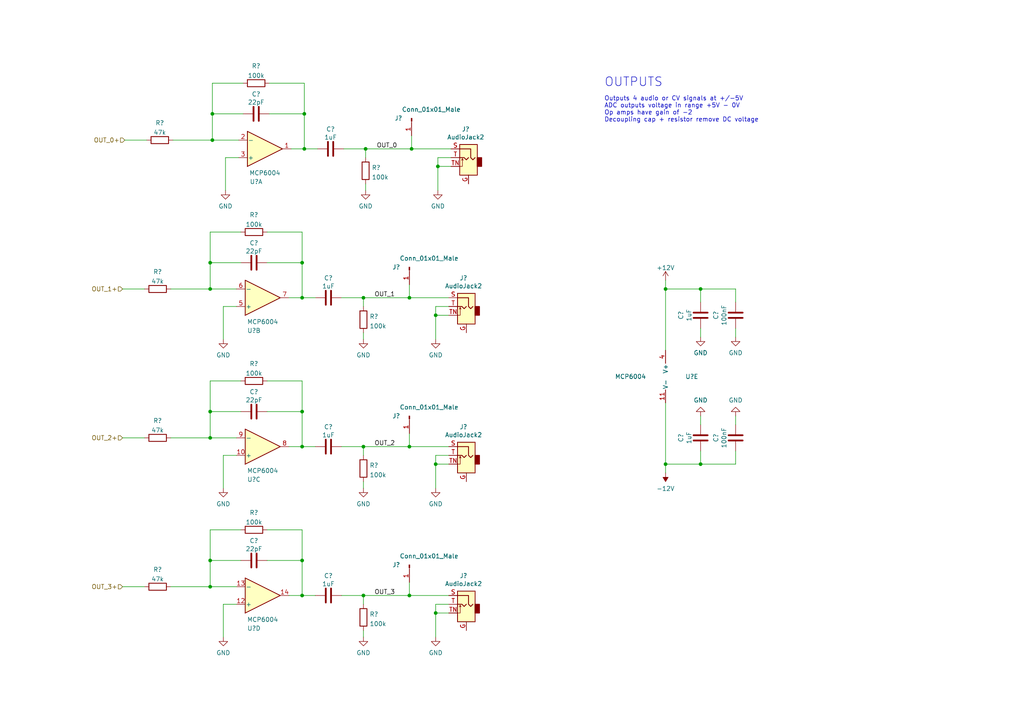
<source format=kicad_sch>
(kicad_sch (version 20211123) (generator eeschema)
  (paper "A4")
  (lib_symbols
    (symbol "Amplifier_Operational:MCP6004" (pin_names (offset 0.127))
      (property "Reference" "U" (at 0 5.08 0))
      (property "Value" "MCP6004" (at 0 -5.08 0))
      (symbol "MCP6004_1_1"
        (polyline (pts (xy -5.08 5.08) (xy 5.08 0) (xy -5.08 -5.08) (xy -5.08 5.08)) (stroke (width 0.254)) (fill (type background)))
        (pin output line (at 7.62 0 180) (length 2.54) (name "~") (number "1"))
        (pin input line (at -7.62 -2.54 0) (length 2.54) (name "-") (number "2"))
        (pin input line (at -7.62 2.54 0) (length 2.54) (name "+") (number "3"))
      )
      (symbol "MCP6004_2_1"
        (polyline (pts (xy -5.08 5.08) (xy 5.08 0) (xy -5.08 -5.08) (xy -5.08 5.08)) (stroke (width 0.254)) (fill (type background)))
        (pin input line (at -7.62 2.54 0) (length 2.54) (name "+") (number "5"))
        (pin input line (at -7.62 -2.54 0) (length 2.54) (name "-") (number "6"))
        (pin output line (at 7.62 0 180) (length 2.54) (name "~") (number "7"))
      )
      (symbol "MCP6004_3_1"
        (polyline (pts (xy -5.08 5.08) (xy 5.08 0) (xy -5.08 -5.08) (xy -5.08 5.08)) (stroke (width 0.254)) (fill (type background)))
        (pin input line (at -7.62 2.54 0) (length 2.54) (name "+") (number "10"))
        (pin output line (at 7.62 0 180) (length 2.54) (name "~") (number "8"))
        (pin input line (at -7.62 -2.54 0) (length 2.54) (name "-") (number "9"))
      )
      (symbol "MCP6004_4_1"
        (polyline (pts (xy -5.08 5.08) (xy 5.08 0) (xy -5.08 -5.08) (xy -5.08 5.08)) (stroke (width 0.254)) (fill (type background)))
        (pin input line (at -7.62 2.54 0) (length 2.54) (name "+") (number "12"))
        (pin input line (at -7.62 -2.54 0) (length 2.54) (name "-") (number "13"))
        (pin output line (at 7.62 0 180) (length 2.54) (name "~") (number "14"))
      )
      (symbol "MCP6004_5_1"
        (pin power_in line (at -2.54 -7.62 90) (length 3.81) (name "V-") (number "11"))
        (pin power_in line (at -2.54 7.62 270) (length 3.81) (name "V+") (number "4"))
      )
    )
    (symbol "Connector:AudioJack2_Ground_SwitchT"
      (property "Reference" "J" (at 0 8.89 0))
      (property "Value" "AudioJack2_Ground_SwitchT" (at 0 6.35 0))
      (symbol "AudioJack2_Ground_SwitchT_0_1"
        (rectangle (start -2.54 0) (end -3.81 -2.54) (stroke (width 0.254)) (fill (type outline)))
        (polyline (pts (xy 1.778 -0.254) (xy 2.032 -0.762)))
        (polyline (pts (xy 0 0) (xy 0.635 -0.635) (xy 1.27 0) (xy 2.54 0)) (stroke (width 0.254)))
        (polyline (pts (xy 2.54 -2.54) (xy 1.778 -2.54) (xy 1.778 -0.254) (xy 1.524 -0.762)))
        (polyline (pts (xy 2.54 2.54) (xy -0.635 2.54) (xy -0.635 0) (xy -1.27 -0.635) (xy -1.905 0)) (stroke (width 0.254)))
        (rectangle (start 2.54 3.81) (end -2.54 -5.08) (stroke (width 0.254)) (fill (type background)))
      )
      (symbol "AudioJack2_Ground_SwitchT_1_1"
        (pin passive line (at 0 -7.62 90) (length 2.54) (name "~") (number "G"))
        (pin passive line (at 5.08 2.54 180) (length 2.54) (name "~") (number "S"))
        (pin passive line (at 5.08 0 180) (length 2.54) (name "~") (number "T"))
        (pin passive line (at 5.08 -2.54 180) (length 2.54) (name "~") (number "TN"))
      )
    )
    (symbol "Connector:Conn_01x01_Male" (pin_names (offset 1.016) hide)
      (property "Reference" "J" (at 0 2.54 0))
      (property "Value" "Conn_01x01_Male" (at 0 -2.54 0))
      (symbol "Conn_01x01_Male_1_1"
        (polyline (pts (xy 1.27 0) (xy 0.8636 0)) (stroke (width 0.1524)))
        (rectangle (start 0.8636 0.127) (end 0 -0.127) (stroke (width 0.1524)) (fill (type outline)))
        (pin passive line (at 5.08 0 180) (length 3.81) (name "Pin_1") (number "1"))
      )
    )
    (symbol "Device:C" (pin_numbers hide) (pin_names (offset 0.254))
      (property "Reference" "C" (at 0.635 2.54 0))
      (property "Value" "C" (at 0.635 -2.54 0))
      (symbol "C_0_1"
        (polyline (pts (xy -2.032 -0.762) (xy 2.032 -0.762)) (stroke (width 0.508)))
        (polyline (pts (xy -2.032 0.762) (xy 2.032 0.762)) (stroke (width 0.508)))
      )
      (symbol "C_1_1"
        (pin passive line (at 0 3.81 270) (length 2.794) (name "~") (number "1"))
        (pin passive line (at 0 -3.81 90) (length 2.794) (name "~") (number "2"))
      )
    )
    (symbol "Device:R" (pin_numbers hide) (pin_names (offset 0))
      (property "Reference" "R" (at 2.032 0 90))
      (property "Value" "R" (at 0 0 90))
      (symbol "R_0_1"
        (rectangle (start -1.016 -2.54) (end 1.016 2.54) (stroke (width 0.254)))
      )
      (symbol "R_1_1"
        (pin passive line (at 0 3.81 270) (length 1.27) (name "~") (number "1"))
        (pin passive line (at 0 -3.81 90) (length 1.27) (name "~") (number "2"))
      )
    )
    (symbol "GND_1" (power) (pin_names (offset 0))
      (property "Value" "GND_1" (at 0 -3.81 0))
      (symbol "GND_1_0_1"
        (polyline (pts (xy 0 0) (xy 0 -1.27) (xy 1.27 -1.27) (xy 0 -2.54) (xy -1.27 -1.27) (xy 0 -1.27)))
      )
      (symbol "GND_1_1_1"
        (pin power_in line (at 0 0 270) (length 0) hide (name "GND") (number "1"))
      )
    )
    (symbol "power:+12V" (power) (pin_names (offset 0))
      (property "Value" "+12V" (at 0 3.556 0))
      (symbol "+12V_0_1"
        (polyline (pts (xy -0.762 1.27) (xy 0 2.54)))
        (polyline (pts (xy 0 0) (xy 0 2.54)))
        (polyline (pts (xy 0 2.54) (xy 0.762 1.27)))
      )
      (symbol "+12V_1_1"
        (pin power_in line (at 0 0 90) (length 0) hide (name "+12V") (number "1"))
      )
    )
    (symbol "power:-12V" (power) (pin_names (offset 0))
      (property "Value" "-12V" (at 0 3.81 0))
      (symbol "-12V_0_0"
        (pin power_in line (at 0 0 90) (length 0) hide (name "-12V") (number "1"))
      )
      (symbol "-12V_0_1"
        (polyline (pts (xy 0 0) (xy 0 1.27) (xy 0.762 1.27) (xy 0 2.54) (xy -0.762 1.27) (xy 0 1.27)) (fill (type outline)))
      )
    )
    (symbol "power:GND" (power) (pin_names (offset 0))
      (property "Value" "GND" (at 0 -3.81 0))
      (symbol "GND_0_1"
        (polyline (pts (xy 0 0) (xy 0 -1.27) (xy 1.27 -1.27) (xy 0 -2.54) (xy -1.27 -1.27) (xy 0 -1.27)))
      )
      (symbol "GND_1_1"
        (pin power_in line (at 0 0 270) (length 0) hide (name "GND") (number "1"))
      )
    )
  )
  (junction (at 60.96 119.38))
  (junction (at 118.745 86.36))
  (junction (at 61.595 40.64))
  (junction (at 60.96 83.82))
  (junction (at 126.365 91.44))
  (junction (at 106.045 43.18))
  (junction (at 88.265 33.02))
  (junction (at 60.96 170.18))
  (junction (at 127 48.26))
  (junction (at 203.2 134.62))
  (junction (at 105.41 172.72))
  (junction (at 203.2 83.82))
  (junction (at 118.745 129.54))
  (junction (at 87.63 162.56))
  (junction (at 105.41 129.54))
  (junction (at 87.63 119.38))
  (junction (at 87.63 86.36))
  (junction (at 60.96 127))
  (junction (at 126.365 134.62))
  (junction (at 105.41 86.36))
  (junction (at 87.63 76.2))
  (junction (at 87.63 129.54))
  (junction (at 126.365 177.8))
  (junction (at 61.595 33.02))
  (junction (at 119.38 43.18))
  (junction (at 60.96 76.2))
  (junction (at 193.04 83.82))
  (junction (at 193.04 134.62))
  (junction (at 87.63 172.72))
  (junction (at 60.96 162.56))
  (junction (at 118.745 172.72))
  (junction (at 88.265 43.18))
  (wire (pts (xy 83.82 129.54) (xy 87.63 129.54)))
  (wire (pts (xy 64.77 88.9) (xy 64.77 98.425)))
  (wire (pts (xy 118.745 129.54) (xy 130.175 129.54)))
  (wire (pts (xy 60.96 119.38) (xy 69.85 119.38)))
  (wire (pts (xy 78.105 33.02) (xy 88.265 33.02)))
  (wire (pts (xy 87.63 86.36) (xy 91.44 86.36)))
  (wire (pts (xy 87.63 110.49) (xy 87.63 119.38)))
  (wire (pts (xy 118.745 125.73) (xy 118.745 129.54)))
  (wire (pts (xy 126.365 134.62) (xy 126.365 141.605)))
  (wire (pts (xy 60.96 119.38) (xy 60.96 127)))
  (wire (pts (xy 106.045 53.34) (xy 106.045 55.245)))
  (wire (pts (xy 130.175 91.44) (xy 126.365 91.44)))
  (wire (pts (xy 49.53 83.82) (xy 60.96 83.82)))
  (wire (pts (xy 105.41 172.72) (xy 118.745 172.72)))
  (wire (pts (xy 88.265 24.13) (xy 88.265 33.02)))
  (wire (pts (xy 77.47 76.2) (xy 87.63 76.2)))
  (wire (pts (xy 126.365 175.26) (xy 126.365 177.8)))
  (wire (pts (xy 60.96 162.56) (xy 69.85 162.56)))
  (wire (pts (xy 99.695 43.18) (xy 106.045 43.18)))
  (wire (pts (xy 69.85 67.31) (xy 60.96 67.31)))
  (wire (pts (xy 130.81 45.72) (xy 127 45.72)))
  (wire (pts (xy 193.04 83.82) (xy 203.2 83.82)))
  (wire (pts (xy 130.175 175.26) (xy 126.365 175.26)))
  (wire (pts (xy 61.595 40.64) (xy 69.215 40.64)))
  (wire (pts (xy 69.85 110.49) (xy 60.96 110.49)))
  (wire (pts (xy 61.595 33.02) (xy 70.485 33.02)))
  (wire (pts (xy 87.63 119.38) (xy 87.63 129.54)))
  (wire (pts (xy 130.175 132.08) (xy 126.365 132.08)))
  (wire (pts (xy 105.41 182.88) (xy 105.41 184.785)))
  (wire (pts (xy 213.36 123.19) (xy 213.36 120.65)))
  (wire (pts (xy 35.56 83.82) (xy 41.91 83.82)))
  (wire (pts (xy 78.105 24.13) (xy 88.265 24.13)))
  (wire (pts (xy 87.63 67.31) (xy 87.63 76.2)))
  (wire (pts (xy 87.63 162.56) (xy 87.63 172.72)))
  (wire (pts (xy 60.96 170.18) (xy 68.58 170.18)))
  (wire (pts (xy 36.195 40.64) (xy 42.545 40.64)))
  (wire (pts (xy 60.96 83.82) (xy 68.58 83.82)))
  (wire (pts (xy 118.745 168.91) (xy 118.745 172.72)))
  (wire (pts (xy 77.47 110.49) (xy 87.63 110.49)))
  (wire (pts (xy 60.96 76.2) (xy 60.96 83.82)))
  (wire (pts (xy 77.47 67.31) (xy 87.63 67.31)))
  (wire (pts (xy 68.58 88.9) (xy 64.77 88.9)))
  (wire (pts (xy 193.04 137.16) (xy 193.04 134.62)))
  (wire (pts (xy 127 48.26) (xy 127 55.245)))
  (wire (pts (xy 106.045 43.18) (xy 106.045 45.72)))
  (wire (pts (xy 49.53 127) (xy 60.96 127)))
  (wire (pts (xy 88.265 33.02) (xy 88.265 43.18)))
  (wire (pts (xy 61.595 24.13) (xy 61.595 33.02)))
  (wire (pts (xy 130.81 48.26) (xy 127 48.26)))
  (wire (pts (xy 60.96 162.56) (xy 60.96 170.18)))
  (wire (pts (xy 119.38 43.18) (xy 130.81 43.18)))
  (wire (pts (xy 68.58 175.26) (xy 64.77 175.26)))
  (wire (pts (xy 126.365 91.44) (xy 126.365 98.425)))
  (wire (pts (xy 203.2 83.82) (xy 203.2 87.63)))
  (wire (pts (xy 105.41 139.7) (xy 105.41 141.605)))
  (wire (pts (xy 203.2 95.25) (xy 203.2 97.79)))
  (wire (pts (xy 118.745 172.72) (xy 130.175 172.72)))
  (wire (pts (xy 50.165 40.64) (xy 61.595 40.64)))
  (wire (pts (xy 105.41 86.36) (xy 105.41 88.9)))
  (wire (pts (xy 68.58 132.08) (xy 64.77 132.08)))
  (wire (pts (xy 35.56 170.18) (xy 41.91 170.18)))
  (wire (pts (xy 69.215 45.72) (xy 65.405 45.72)))
  (wire (pts (xy 60.96 67.31) (xy 60.96 76.2)))
  (wire (pts (xy 213.36 83.82) (xy 213.36 87.63)))
  (wire (pts (xy 70.485 24.13) (xy 61.595 24.13)))
  (wire (pts (xy 83.82 86.36) (xy 87.63 86.36)))
  (wire (pts (xy 69.85 153.67) (xy 60.96 153.67)))
  (wire (pts (xy 126.365 177.8) (xy 126.365 184.785)))
  (wire (pts (xy 65.405 45.72) (xy 65.405 55.245)))
  (wire (pts (xy 105.41 96.52) (xy 105.41 98.425)))
  (wire (pts (xy 213.36 134.62) (xy 213.36 130.81)))
  (wire (pts (xy 60.96 127) (xy 68.58 127)))
  (wire (pts (xy 99.06 172.72) (xy 105.41 172.72)))
  (wire (pts (xy 87.63 76.2) (xy 87.63 86.36)))
  (wire (pts (xy 106.045 43.18) (xy 119.38 43.18)))
  (wire (pts (xy 203.2 83.82) (xy 213.36 83.82)))
  (wire (pts (xy 83.82 172.72) (xy 87.63 172.72)))
  (wire (pts (xy 77.47 119.38) (xy 87.63 119.38)))
  (wire (pts (xy 105.41 129.54) (xy 118.745 129.54)))
  (wire (pts (xy 193.04 134.62) (xy 193.04 116.84)))
  (wire (pts (xy 193.04 81.28) (xy 193.04 83.82)))
  (wire (pts (xy 60.96 153.67) (xy 60.96 162.56)))
  (wire (pts (xy 60.96 110.49) (xy 60.96 119.38)))
  (wire (pts (xy 203.2 134.62) (xy 213.36 134.62)))
  (wire (pts (xy 84.455 43.18) (xy 88.265 43.18)))
  (wire (pts (xy 77.47 153.67) (xy 87.63 153.67)))
  (wire (pts (xy 118.745 86.36) (xy 130.175 86.36)))
  (wire (pts (xy 203.2 123.19) (xy 203.2 120.65)))
  (wire (pts (xy 193.04 83.82) (xy 193.04 101.6)))
  (wire (pts (xy 126.365 88.9) (xy 126.365 91.44)))
  (wire (pts (xy 77.47 162.56) (xy 87.63 162.56)))
  (wire (pts (xy 99.06 129.54) (xy 105.41 129.54)))
  (wire (pts (xy 203.2 134.62) (xy 203.2 130.81)))
  (wire (pts (xy 119.38 39.37) (xy 119.38 43.18)))
  (wire (pts (xy 127 45.72) (xy 127 48.26)))
  (wire (pts (xy 61.595 33.02) (xy 61.595 40.64)))
  (wire (pts (xy 130.175 88.9) (xy 126.365 88.9)))
  (wire (pts (xy 35.56 127) (xy 41.91 127)))
  (wire (pts (xy 64.77 132.08) (xy 64.77 141.605)))
  (wire (pts (xy 193.04 134.62) (xy 203.2 134.62)))
  (wire (pts (xy 60.96 76.2) (xy 69.85 76.2)))
  (wire (pts (xy 130.175 177.8) (xy 126.365 177.8)))
  (wire (pts (xy 87.63 129.54) (xy 91.44 129.54)))
  (wire (pts (xy 64.77 175.26) (xy 64.77 184.785)))
  (wire (pts (xy 99.06 86.36) (xy 105.41 86.36)))
  (wire (pts (xy 105.41 172.72) (xy 105.41 175.26)))
  (wire (pts (xy 49.53 170.18) (xy 60.96 170.18)))
  (wire (pts (xy 213.36 95.25) (xy 213.36 97.79)))
  (wire (pts (xy 87.63 172.72) (xy 91.44 172.72)))
  (wire (pts (xy 118.745 82.55) (xy 118.745 86.36)))
  (wire (pts (xy 130.175 134.62) (xy 126.365 134.62)))
  (wire (pts (xy 105.41 86.36) (xy 118.745 86.36)))
  (wire (pts (xy 87.63 153.67) (xy 87.63 162.56)))
  (wire (pts (xy 105.41 129.54) (xy 105.41 132.08)))
  (wire (pts (xy 126.365 132.08) (xy 126.365 134.62)))
  (wire (pts (xy 88.265 43.18) (xy 92.075 43.18)))
  (text "OUTPUTS" (at 175.26 25.4 0) (effects (font (size 2.54 2.54)) (justify left bottom)))
  (text "Outputs 4 audio or CV signals at +/-5V\nADC outputs voltage in range +5V - 0V\nOp amps have gain of -2\nDecoupling cap + resistor remove DC voltage" (at 175.26 35.56 0) (effects (font (size 1.27 1.27)) (justify left bottom)))
  (label "OUT_1" (at 108.585 86.36 0))
  (label "OUT_0" (at 109.22 43.18 0))
  (label "OUT_2" (at 108.585 129.54 0))
  (label "OUT_3" (at 108.585 172.72 0))
  (hierarchical_label "OUT_3+" (shape input) (at 35.56 170.18 180))
  (hierarchical_label "OUT_0+" (shape input) (at 36.195 40.64 180))
  (hierarchical_label "OUT_1+" (shape input) (at 35.56 83.82 180))
  (hierarchical_label "OUT_2+" (shape input) (at 35.56 127 180))
  (symbol (lib_id "Device:C") (at 73.66 119.38 270) (unit 1)
    (property "Reference" "C?" (at 73.66 113.665 90))
    (property "Value" "22pF" (at 73.66 116.0296 90))
  )
  (symbol (lib_id "Device:C") (at 74.295 33.02 270) (unit 1)
    (property "Reference" "C?" (at 74.295 27.305 90))
    (property "Value" "22pF" (at 74.295 29.6696 90))
  )
  (symbol (lib_id "power:GND") (at 203.2 120.65 0) (mirror x) (unit 1)
    (property "Reference" "#PWR?" (effects hide))
    (property "Value" "GND" (at 203.2 116.0875 0))
  )
  (symbol (lib_id "Device:R") (at 73.66 110.49 90) (unit 1)
    (property "Reference" "R?" (at 73.66 105.5075 90))
    (property "Value" "100k" (at 73.66 108.2826 90))
    (property "Footprint" "Resistor_THT:R_Axial_DIN0309_L9.0mm_D3.2mm_P12.70mm_Horizontal" (effects hide))
  )
  (symbol (lib_id "Device:C") (at 95.25 129.54 270) (unit 1)
    (property "Reference" "C?" (at 95.25 123.825 90))
    (property "Value" "1uF" (at 95.25 126.1896 90))
  )
  (symbol (lib_name "GND_1") (lib_id "power:GND") (at 126.365 184.785 0) (mirror y) (unit 1)
    (property "Reference" "#PWR?" (effects hide))
    (property "Value" "GND" (at 126.365 189.3475 0))
  )
  (symbol (lib_id "Device:C") (at 213.36 91.44 0) (unit 1)
    (property "Reference" "C?" (at 207.645 91.44 90))
    (property "Value" "100nF" (at 210.0096 91.44 90))
  )
  (symbol (lib_id "power:GND") (at 105.41 98.425 0) (unit 1)
    (property "Reference" "#PWR?" (effects hide))
    (property "Value" "GND" (at 105.41 102.9875 0))
  )
  (symbol (lib_id "power:GND") (at 213.36 120.65 0) (mirror x) (unit 1)
    (property "Reference" "#PWR?" (effects hide))
    (property "Value" "GND" (at 213.36 116.0875 0))
  )
  (symbol (lib_name "GND_1") (lib_id "power:GND") (at 126.365 141.605 0) (mirror y) (unit 1)
    (property "Reference" "#PWR?" (effects hide))
    (property "Value" "GND" (at 126.365 146.1675 0))
  )
  (symbol (lib_id "Connector:AudioJack2_Ground_SwitchT") (at 135.89 45.72 0) (mirror y) (unit 1)
    (property "Reference" "J?" (at 135.0772 37.465 0))
    (property "Value" "AudioJack2" (at 135.0772 39.7764 0))
  )
  (symbol (lib_id "Device:R") (at 45.72 170.18 90) (unit 1)
    (property "Reference" "R?" (at 45.72 165.1975 90))
    (property "Value" "47k" (at 45.72 167.9726 90))
    (property "Footprint" "Resistor_THT:R_Axial_DIN0309_L9.0mm_D3.2mm_P12.70mm_Horizontal" (effects hide))
  )
  (symbol (lib_id "Device:R") (at 105.41 135.89 180) (unit 1)
    (property "Reference" "R?" (at 107.188 134.9815 0) (effects (justify right)))
    (property "Value" "100k" (at 107.188 137.7566 0) (effects (justify right)))
    (property "Footprint" "Resistor_THT:R_Axial_DIN0309_L9.0mm_D3.2mm_P12.70mm_Horizontal" (effects hide))
  )
  (symbol (lib_id "Connector:Conn_01x01_Male") (at 118.745 77.47 90) (mirror x) (unit 1)
    (property "Reference" "J?" (at 114.935 77.47 90))
    (property "Value" "Conn_01x01_Male" (at 124.46 74.93 90))
    (property "Footprint" "Connector_PinSocket_2.54mm:PinSocket_1x01_P2.54mm_Vertical" (effects hide))
  )
  (symbol (lib_id "Device:C") (at 213.36 127 0) (mirror x) (unit 1)
    (property "Reference" "C?" (at 207.645 127 90))
    (property "Value" "100nF" (at 210.0096 127 90))
  )
  (symbol (lib_id "Device:R") (at 74.295 24.13 90) (unit 1)
    (property "Reference" "R?" (at 74.295 19.1475 90))
    (property "Value" "100k" (at 74.295 21.9226 90))
    (property "Footprint" "Resistor_THT:R_Axial_DIN0309_L9.0mm_D3.2mm_P12.70mm_Horizontal" (effects hide))
  )
  (symbol (lib_id "power:GND") (at 105.41 141.605 0) (unit 1)
    (property "Reference" "#PWR?" (effects hide))
    (property "Value" "GND" (at 105.41 146.1675 0))
  )
  (symbol (lib_name "GND_1") (lib_id "power:GND") (at 127 55.245 0) (mirror y) (unit 1)
    (property "Reference" "#PWR?" (effects hide))
    (property "Value" "GND" (at 127 59.8075 0))
  )
  (symbol (lib_id "power:-12V") (at 193.04 137.16 180) (unit 1)
    (property "Reference" "#PWR?" (effects hide))
    (property "Value" "-12V" (at 193.04 141.7225 0))
  )
  (symbol (lib_id "Amplifier_Operational:MCP6004") (at 76.2 86.36 0) (mirror x) (unit 2)
    (property "Reference" "U?" (at 73.66 95.885 0))
    (property "Value" "MCP6004" (at 76.2 93.345 0))
    (property "Datasheet" "http://ww1.microchip.com/downloads/en/DeviceDoc/21733j.pdf" (effects hide))
  )
  (symbol (lib_id "power:+12V") (at 193.04 81.28 0) (unit 1)
    (property "Reference" "#PWR?" (effects hide))
    (property "Value" "+12V" (at 193.04 77.6755 0))
  )
  (symbol (lib_id "Device:C") (at 95.885 43.18 270) (unit 1)
    (property "Reference" "C?" (at 95.885 37.465 90))
    (property "Value" "1uF" (at 95.885 39.8296 90))
  )
  (symbol (lib_id "Device:C") (at 95.25 172.72 270) (unit 1)
    (property "Reference" "C?" (at 95.25 167.005 90))
    (property "Value" "1uF" (at 95.25 169.3696 90))
  )
  (symbol (lib_id "Device:R") (at 73.66 67.31 90) (unit 1)
    (property "Reference" "R?" (at 73.66 62.3275 90))
    (property "Value" "100k" (at 73.66 65.1026 90))
    (property "Footprint" "Resistor_THT:R_Axial_DIN0309_L9.0mm_D3.2mm_P12.70mm_Horizontal" (effects hide))
  )
  (symbol (lib_id "Connector:AudioJack2_Ground_SwitchT") (at 135.255 175.26 0) (mirror y) (unit 1)
    (property "Reference" "J?" (at 134.4422 167.005 0))
    (property "Value" "AudioJack2" (at 134.4422 169.3164 0))
  )
  (symbol (lib_id "Amplifier_Operational:MCP6004") (at 76.2 172.72 0) (mirror x) (unit 4)
    (property "Reference" "U?" (at 73.66 182.245 0))
    (property "Value" "MCP6004" (at 76.2 179.705 0))
    (property "Datasheet" "http://ww1.microchip.com/downloads/en/DeviceDoc/21733j.pdf" (effects hide))
  )
  (symbol (lib_id "Device:C") (at 73.66 76.2 270) (unit 1)
    (property "Reference" "C?" (at 73.66 70.485 90))
    (property "Value" "22pF" (at 73.66 72.8496 90))
  )
  (symbol (lib_id "Device:R") (at 45.72 127 90) (unit 1)
    (property "Reference" "R?" (at 45.72 122.0175 90))
    (property "Value" "47k" (at 45.72 124.7926 90))
    (property "Footprint" "Resistor_THT:R_Axial_DIN0309_L9.0mm_D3.2mm_P12.70mm_Horizontal" (effects hide))
  )
  (symbol (lib_id "power:GND") (at 213.36 97.79 0) (unit 1)
    (property "Reference" "#PWR?" (effects hide))
    (property "Value" "GND" (at 213.36 102.3525 0))
  )
  (symbol (lib_id "Connector:Conn_01x01_Male") (at 119.38 34.29 90) (mirror x) (unit 1)
    (property "Reference" "J?" (at 115.57 34.29 90))
    (property "Value" "Conn_01x01_Male" (at 125.095 31.75 90))
    (property "Footprint" "Connector_PinSocket_2.54mm:PinSocket_1x01_P2.54mm_Vertical" (effects hide))
  )
  (symbol (lib_id "Device:R") (at 105.41 92.71 180) (unit 1)
    (property "Reference" "R?" (at 107.188 91.8015 0) (effects (justify right)))
    (property "Value" "100k" (at 107.188 94.5766 0) (effects (justify right)))
    (property "Footprint" "Resistor_THT:R_Axial_DIN0309_L9.0mm_D3.2mm_P12.70mm_Horizontal" (effects hide))
  )
  (symbol (lib_id "power:GND") (at 203.2 97.79 0) (unit 1)
    (property "Reference" "#PWR?" (effects hide))
    (property "Value" "GND" (at 203.2 102.3525 0))
  )
  (symbol (lib_id "Device:C") (at 95.25 86.36 270) (unit 1)
    (property "Reference" "C?" (at 95.25 80.645 90))
    (property "Value" "1uF" (at 95.25 83.0096 90))
  )
  (symbol (lib_id "Device:C") (at 203.2 91.44 0) (unit 1)
    (property "Reference" "C?" (at 197.485 91.44 90))
    (property "Value" "1uF" (at 199.8496 91.44 90))
  )
  (symbol (lib_id "Device:R") (at 106.045 49.53 180) (unit 1)
    (property "Reference" "R?" (at 107.823 48.6215 0) (effects (justify right)))
    (property "Value" "100k" (at 107.823 51.3966 0) (effects (justify right)))
    (property "Footprint" "Resistor_THT:R_Axial_DIN0309_L9.0mm_D3.2mm_P12.70mm_Horizontal" (effects hide))
  )
  (symbol (lib_id "power:GND") (at 105.41 184.785 0) (unit 1)
    (property "Reference" "#PWR?" (effects hide))
    (property "Value" "GND" (at 105.41 189.3475 0))
  )
  (symbol (lib_name "GND_1") (lib_id "power:GND") (at 126.365 98.425 0) (mirror y) (unit 1)
    (property "Reference" "#PWR?" (effects hide))
    (property "Value" "GND" (at 126.365 102.9875 0))
  )
  (symbol (lib_name "GND_1") (lib_id "power:GND") (at 64.77 141.605 0) (mirror y) (unit 1)
    (property "Reference" "#PWR?" (effects hide))
    (property "Value" "GND" (at 64.77 146.1675 0))
  )
  (symbol (lib_id "Connector:AudioJack2_Ground_SwitchT") (at 135.255 132.08 0) (mirror y) (unit 1)
    (property "Reference" "J?" (at 134.4422 123.825 0))
    (property "Value" "AudioJack2" (at 134.4422 126.1364 0))
  )
  (symbol (lib_id "Connector:AudioJack2_Ground_SwitchT") (at 135.255 88.9 0) (mirror y) (unit 1)
    (property "Reference" "J?" (at 134.4422 80.645 0))
    (property "Value" "AudioJack2" (at 134.4422 82.9564 0))
  )
  (symbol (lib_id "Device:R") (at 73.66 153.67 90) (unit 1)
    (property "Reference" "R?" (at 73.66 148.6875 90))
    (property "Value" "100k" (at 73.66 151.4626 90))
    (property "Footprint" "Resistor_THT:R_Axial_DIN0309_L9.0mm_D3.2mm_P12.70mm_Horizontal" (effects hide))
  )
  (symbol (lib_id "Connector:Conn_01x01_Male") (at 118.745 120.65 90) (mirror x) (unit 1)
    (property "Reference" "J?" (at 114.935 120.65 90))
    (property "Value" "Conn_01x01_Male" (at 124.46 118.11 90))
    (property "Footprint" "Connector_PinSocket_2.54mm:PinSocket_1x01_P2.54mm_Vertical" (effects hide))
  )
  (symbol (lib_id "Amplifier_Operational:MCP6004") (at 76.835 43.18 0) (mirror x) (unit 1)
    (property "Reference" "U?" (at 74.295 52.705 0))
    (property "Value" "MCP6004" (at 76.835 50.165 0))
    (property "Datasheet" "http://ww1.microchip.com/downloads/en/DeviceDoc/21733j.pdf" (effects hide))
  )
  (symbol (lib_id "Device:C") (at 203.2 127 0) (mirror x) (unit 1)
    (property "Reference" "C?" (at 197.485 127 90))
    (property "Value" "1uF" (at 199.8496 127 90))
  )
  (symbol (lib_id "Amplifier_Operational:MCP6004") (at 76.2 129.54 0) (mirror x) (unit 3)
    (property "Reference" "U?" (at 73.66 139.065 0))
    (property "Value" "MCP6004" (at 76.2 136.525 0))
    (property "Datasheet" "http://ww1.microchip.com/downloads/en/DeviceDoc/21733j.pdf" (effects hide))
  )
  (symbol (lib_name "GND_1") (lib_id "power:GND") (at 64.77 98.425 0) (mirror y) (unit 1)
    (property "Reference" "#PWR?" (effects hide))
    (property "Value" "GND" (at 64.77 102.9875 0))
  )
  (symbol (lib_id "Device:R") (at 46.355 40.64 90) (unit 1)
    (property "Reference" "R?" (at 46.355 35.6575 90))
    (property "Value" "47k" (at 46.355 38.4326 90))
    (property "Footprint" "Resistor_THT:R_Axial_DIN0309_L9.0mm_D3.2mm_P12.70mm_Horizontal" (effects hide))
  )
  (symbol (lib_id "Amplifier_Operational:MCP6004") (at 190.5 109.22 0) (mirror y) (unit 5)
    (property "Reference" "U?" (at 200.66 109.22 0))
    (property "Value" "MCP6004" (at 182.88 109.22 0))
    (property "Datasheet" "http://ww1.microchip.com/downloads/en/DeviceDoc/21733j.pdf" (effects hide))
  )
  (symbol (lib_name "GND_1") (lib_id "power:GND") (at 64.77 184.785 0) (mirror y) (unit 1)
    (property "Reference" "#PWR?" (effects hide))
    (property "Value" "GND" (at 64.77 189.3475 0))
  )
  (symbol (lib_id "Device:C") (at 73.66 162.56 270) (unit 1)
    (property "Reference" "C?" (at 73.66 156.845 90))
    (property "Value" "22pF" (at 73.66 159.2096 90))
  )
  (symbol (lib_id "Device:R") (at 105.41 179.07 180) (unit 1)
    (property "Reference" "R?" (at 107.188 178.1615 0) (effects (justify right)))
    (property "Value" "100k" (at 107.188 180.9366 0) (effects (justify right)))
    (property "Footprint" "Resistor_THT:R_Axial_DIN0309_L9.0mm_D3.2mm_P12.70mm_Horizontal" (effects hide))
  )
  (symbol (lib_id "Device:R") (at 45.72 83.82 90) (unit 1)
    (property "Reference" "R?" (at 45.72 78.8375 90))
    (property "Value" "47k" (at 45.72 81.6126 90))
    (property "Footprint" "Resistor_THT:R_Axial_DIN0309_L9.0mm_D3.2mm_P12.70mm_Horizontal" (effects hide))
  )
  (symbol (lib_name "GND_1") (lib_id "power:GND") (at 65.405 55.245 0) (mirror y) (unit 1)
    (property "Reference" "#PWR?" (effects hide))
    (property "Value" "GND" (at 65.405 59.8075 0))
  )
  (symbol (lib_id "power:GND") (at 106.045 55.245 0) (unit 1)
    (property "Reference" "#PWR?" (effects hide))
    (property "Value" "GND" (at 106.045 59.8075 0))
  )
  (symbol (lib_id "Connector:Conn_01x01_Male") (at 118.745 163.83 90) (mirror x) (unit 1)
    (property "Reference" "J?" (at 114.935 163.83 90))
    (property "Value" "Conn_01x01_Male" (at 124.46 161.29 90))
    (property "Footprint" "Connector_PinSocket_2.54mm:PinSocket_1x01_P2.54mm_Vertical" (effects hide))
  )
)
</source>
